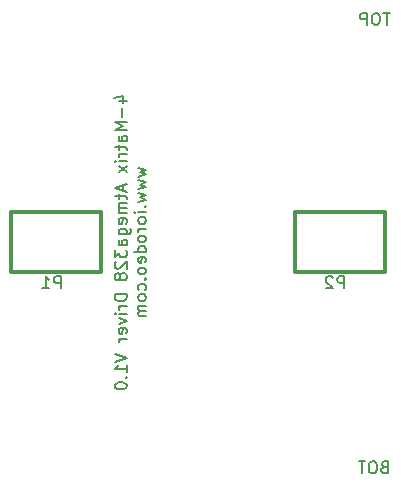
<source format=gbo>
G04 (created by PCBNEW (2013-mar-13)-testing) date Mon 26 Aug 2013 07:19:36 AM PDT*
%MOIN*%
G04 Gerber Fmt 3.4, Leading zero omitted, Abs format*
%FSLAX34Y34*%
G01*
G70*
G90*
G04 APERTURE LIST*
%ADD10C,0.005906*%
%ADD11C,0.008000*%
%ADD12C,0.012000*%
G04 APERTURE END LIST*
G54D10*
G54D11*
X33763Y-35041D02*
X33706Y-35060D01*
X33687Y-35079D01*
X33668Y-35117D01*
X33668Y-35174D01*
X33687Y-35212D01*
X33706Y-35231D01*
X33744Y-35250D01*
X33896Y-35250D01*
X33896Y-34850D01*
X33763Y-34850D01*
X33725Y-34870D01*
X33706Y-34889D01*
X33687Y-34927D01*
X33687Y-34965D01*
X33706Y-35003D01*
X33725Y-35022D01*
X33763Y-35041D01*
X33896Y-35041D01*
X33420Y-34850D02*
X33344Y-34850D01*
X33306Y-34870D01*
X33268Y-34908D01*
X33249Y-34984D01*
X33249Y-35117D01*
X33268Y-35193D01*
X33306Y-35231D01*
X33344Y-35250D01*
X33420Y-35250D01*
X33458Y-35231D01*
X33496Y-35193D01*
X33515Y-35117D01*
X33515Y-34984D01*
X33496Y-34908D01*
X33458Y-34870D01*
X33420Y-34850D01*
X33134Y-34850D02*
X32906Y-34850D01*
X33020Y-35250D02*
X33020Y-34850D01*
X33958Y-19910D02*
X33730Y-19910D01*
X33844Y-20310D02*
X33844Y-19910D01*
X33520Y-19910D02*
X33444Y-19910D01*
X33406Y-19930D01*
X33368Y-19968D01*
X33349Y-20044D01*
X33349Y-20177D01*
X33368Y-20253D01*
X33406Y-20291D01*
X33444Y-20310D01*
X33520Y-20310D01*
X33558Y-20291D01*
X33596Y-20253D01*
X33615Y-20177D01*
X33615Y-20044D01*
X33596Y-19968D01*
X33558Y-19930D01*
X33520Y-19910D01*
X33177Y-20310D02*
X33177Y-19910D01*
X33025Y-19910D01*
X32987Y-19930D01*
X32968Y-19949D01*
X32949Y-19987D01*
X32949Y-20044D01*
X32968Y-20082D01*
X32987Y-20101D01*
X33025Y-20120D01*
X33177Y-20120D01*
X24914Y-22854D02*
X25180Y-22854D01*
X24761Y-22759D02*
X25047Y-22663D01*
X25047Y-22911D01*
X25028Y-23063D02*
X25028Y-23368D01*
X25180Y-23559D02*
X24780Y-23559D01*
X25066Y-23692D01*
X24780Y-23825D01*
X25180Y-23825D01*
X25180Y-24187D02*
X24971Y-24187D01*
X24933Y-24168D01*
X24914Y-24130D01*
X24914Y-24054D01*
X24933Y-24016D01*
X25161Y-24187D02*
X25180Y-24149D01*
X25180Y-24054D01*
X25161Y-24016D01*
X25123Y-23997D01*
X25085Y-23997D01*
X25047Y-24016D01*
X25028Y-24054D01*
X25028Y-24149D01*
X25009Y-24187D01*
X24914Y-24320D02*
X24914Y-24473D01*
X24780Y-24378D02*
X25123Y-24378D01*
X25161Y-24397D01*
X25180Y-24435D01*
X25180Y-24473D01*
X25180Y-24606D02*
X24914Y-24606D01*
X24990Y-24606D02*
X24952Y-24625D01*
X24933Y-24644D01*
X24914Y-24682D01*
X24914Y-24720D01*
X25180Y-24854D02*
X24914Y-24854D01*
X24780Y-24854D02*
X24800Y-24835D01*
X24819Y-24854D01*
X24800Y-24873D01*
X24780Y-24854D01*
X24819Y-24854D01*
X25180Y-25006D02*
X24914Y-25216D01*
X24914Y-25006D02*
X25180Y-25216D01*
X25066Y-25654D02*
X25066Y-25844D01*
X25180Y-25616D02*
X24780Y-25749D01*
X25180Y-25882D01*
X24914Y-25959D02*
X24914Y-26111D01*
X24780Y-26016D02*
X25123Y-26016D01*
X25161Y-26035D01*
X25180Y-26073D01*
X25180Y-26111D01*
X25180Y-26244D02*
X24914Y-26244D01*
X24952Y-26244D02*
X24933Y-26263D01*
X24914Y-26301D01*
X24914Y-26359D01*
X24933Y-26397D01*
X24971Y-26416D01*
X25180Y-26416D01*
X24971Y-26416D02*
X24933Y-26435D01*
X24914Y-26473D01*
X24914Y-26530D01*
X24933Y-26568D01*
X24971Y-26587D01*
X25180Y-26587D01*
X25161Y-26930D02*
X25180Y-26892D01*
X25180Y-26816D01*
X25161Y-26778D01*
X25123Y-26759D01*
X24971Y-26759D01*
X24933Y-26778D01*
X24914Y-26816D01*
X24914Y-26892D01*
X24933Y-26930D01*
X24971Y-26949D01*
X25009Y-26949D01*
X25047Y-26759D01*
X24914Y-27292D02*
X25238Y-27292D01*
X25276Y-27273D01*
X25295Y-27254D01*
X25314Y-27216D01*
X25314Y-27159D01*
X25295Y-27120D01*
X25161Y-27292D02*
X25180Y-27254D01*
X25180Y-27178D01*
X25161Y-27140D01*
X25142Y-27120D01*
X25104Y-27101D01*
X24990Y-27101D01*
X24952Y-27120D01*
X24933Y-27140D01*
X24914Y-27178D01*
X24914Y-27254D01*
X24933Y-27292D01*
X25180Y-27654D02*
X24971Y-27654D01*
X24933Y-27635D01*
X24914Y-27597D01*
X24914Y-27520D01*
X24933Y-27482D01*
X25161Y-27654D02*
X25180Y-27616D01*
X25180Y-27520D01*
X25161Y-27482D01*
X25123Y-27463D01*
X25085Y-27463D01*
X25047Y-27482D01*
X25028Y-27520D01*
X25028Y-27616D01*
X25009Y-27654D01*
X24780Y-27806D02*
X24780Y-28054D01*
X24933Y-27920D01*
X24933Y-27978D01*
X24952Y-28016D01*
X24971Y-28035D01*
X25009Y-28054D01*
X25104Y-28054D01*
X25142Y-28035D01*
X25161Y-28016D01*
X25180Y-27978D01*
X25180Y-27863D01*
X25161Y-27825D01*
X25142Y-27806D01*
X24819Y-28206D02*
X24800Y-28225D01*
X24780Y-28263D01*
X24780Y-28359D01*
X24800Y-28397D01*
X24819Y-28416D01*
X24857Y-28435D01*
X24895Y-28435D01*
X24952Y-28416D01*
X25180Y-28187D01*
X25180Y-28435D01*
X24952Y-28663D02*
X24933Y-28625D01*
X24914Y-28606D01*
X24876Y-28587D01*
X24857Y-28587D01*
X24819Y-28606D01*
X24800Y-28625D01*
X24780Y-28663D01*
X24780Y-28740D01*
X24800Y-28778D01*
X24819Y-28797D01*
X24857Y-28816D01*
X24876Y-28816D01*
X24914Y-28797D01*
X24933Y-28778D01*
X24952Y-28740D01*
X24952Y-28663D01*
X24971Y-28625D01*
X24990Y-28606D01*
X25028Y-28587D01*
X25104Y-28587D01*
X25142Y-28606D01*
X25161Y-28625D01*
X25180Y-28663D01*
X25180Y-28740D01*
X25161Y-28778D01*
X25142Y-28797D01*
X25104Y-28816D01*
X25028Y-28816D01*
X24990Y-28797D01*
X24971Y-28778D01*
X24952Y-28740D01*
X25180Y-29292D02*
X24780Y-29292D01*
X24780Y-29387D01*
X24800Y-29444D01*
X24838Y-29482D01*
X24876Y-29501D01*
X24952Y-29520D01*
X25009Y-29520D01*
X25085Y-29501D01*
X25123Y-29482D01*
X25161Y-29444D01*
X25180Y-29387D01*
X25180Y-29292D01*
X25180Y-29692D02*
X24914Y-29692D01*
X24990Y-29692D02*
X24952Y-29711D01*
X24933Y-29730D01*
X24914Y-29768D01*
X24914Y-29806D01*
X25180Y-29940D02*
X24914Y-29940D01*
X24780Y-29940D02*
X24800Y-29920D01*
X24819Y-29940D01*
X24800Y-29959D01*
X24780Y-29940D01*
X24819Y-29940D01*
X24914Y-30092D02*
X25180Y-30187D01*
X24914Y-30282D01*
X25161Y-30587D02*
X25180Y-30549D01*
X25180Y-30473D01*
X25161Y-30435D01*
X25123Y-30416D01*
X24971Y-30416D01*
X24933Y-30435D01*
X24914Y-30473D01*
X24914Y-30549D01*
X24933Y-30587D01*
X24971Y-30606D01*
X25009Y-30606D01*
X25047Y-30416D01*
X25180Y-30778D02*
X24914Y-30778D01*
X24990Y-30778D02*
X24952Y-30797D01*
X24933Y-30816D01*
X24914Y-30854D01*
X24914Y-30892D01*
X24780Y-31273D02*
X25180Y-31406D01*
X24780Y-31540D01*
X25180Y-31882D02*
X25180Y-31654D01*
X25180Y-31768D02*
X24780Y-31768D01*
X24838Y-31730D01*
X24876Y-31692D01*
X24895Y-31654D01*
X25142Y-32054D02*
X25161Y-32073D01*
X25180Y-32054D01*
X25161Y-32035D01*
X25142Y-32054D01*
X25180Y-32054D01*
X24780Y-32320D02*
X24780Y-32359D01*
X24800Y-32397D01*
X24819Y-32416D01*
X24857Y-32435D01*
X24933Y-32454D01*
X25028Y-32454D01*
X25104Y-32435D01*
X25142Y-32416D01*
X25161Y-32397D01*
X25180Y-32359D01*
X25180Y-32320D01*
X25161Y-32282D01*
X25142Y-32263D01*
X25104Y-32244D01*
X25028Y-32225D01*
X24933Y-32225D01*
X24857Y-32244D01*
X24819Y-32263D01*
X24800Y-32282D01*
X24780Y-32320D01*
X25554Y-25063D02*
X25820Y-25140D01*
X25630Y-25216D01*
X25820Y-25292D01*
X25554Y-25368D01*
X25554Y-25482D02*
X25820Y-25559D01*
X25630Y-25635D01*
X25820Y-25711D01*
X25554Y-25787D01*
X25554Y-25901D02*
X25820Y-25978D01*
X25630Y-26054D01*
X25820Y-26130D01*
X25554Y-26206D01*
X25782Y-26359D02*
X25801Y-26378D01*
X25820Y-26359D01*
X25801Y-26340D01*
X25782Y-26359D01*
X25820Y-26359D01*
X25820Y-26549D02*
X25554Y-26549D01*
X25420Y-26549D02*
X25440Y-26530D01*
X25459Y-26549D01*
X25440Y-26568D01*
X25420Y-26549D01*
X25459Y-26549D01*
X25820Y-26797D02*
X25801Y-26759D01*
X25782Y-26740D01*
X25744Y-26720D01*
X25630Y-26720D01*
X25592Y-26740D01*
X25573Y-26759D01*
X25554Y-26797D01*
X25554Y-26854D01*
X25573Y-26892D01*
X25592Y-26911D01*
X25630Y-26930D01*
X25744Y-26930D01*
X25782Y-26911D01*
X25801Y-26892D01*
X25820Y-26854D01*
X25820Y-26797D01*
X25820Y-27101D02*
X25554Y-27101D01*
X25630Y-27101D02*
X25592Y-27120D01*
X25573Y-27140D01*
X25554Y-27178D01*
X25554Y-27216D01*
X25820Y-27406D02*
X25801Y-27368D01*
X25782Y-27349D01*
X25744Y-27330D01*
X25630Y-27330D01*
X25592Y-27349D01*
X25573Y-27368D01*
X25554Y-27406D01*
X25554Y-27463D01*
X25573Y-27501D01*
X25592Y-27520D01*
X25630Y-27540D01*
X25744Y-27540D01*
X25782Y-27520D01*
X25801Y-27501D01*
X25820Y-27463D01*
X25820Y-27406D01*
X25820Y-27882D02*
X25420Y-27882D01*
X25801Y-27882D02*
X25820Y-27844D01*
X25820Y-27768D01*
X25801Y-27730D01*
X25782Y-27711D01*
X25744Y-27692D01*
X25630Y-27692D01*
X25592Y-27711D01*
X25573Y-27730D01*
X25554Y-27768D01*
X25554Y-27844D01*
X25573Y-27882D01*
X25801Y-28225D02*
X25820Y-28187D01*
X25820Y-28111D01*
X25801Y-28073D01*
X25763Y-28054D01*
X25611Y-28054D01*
X25573Y-28073D01*
X25554Y-28111D01*
X25554Y-28187D01*
X25573Y-28225D01*
X25611Y-28244D01*
X25649Y-28244D01*
X25687Y-28054D01*
X25820Y-28473D02*
X25801Y-28435D01*
X25782Y-28416D01*
X25744Y-28397D01*
X25630Y-28397D01*
X25592Y-28416D01*
X25573Y-28435D01*
X25554Y-28473D01*
X25554Y-28530D01*
X25573Y-28568D01*
X25592Y-28587D01*
X25630Y-28606D01*
X25744Y-28606D01*
X25782Y-28587D01*
X25801Y-28568D01*
X25820Y-28530D01*
X25820Y-28473D01*
X25782Y-28778D02*
X25801Y-28797D01*
X25820Y-28778D01*
X25801Y-28759D01*
X25782Y-28778D01*
X25820Y-28778D01*
X25801Y-29140D02*
X25820Y-29101D01*
X25820Y-29025D01*
X25801Y-28987D01*
X25782Y-28968D01*
X25744Y-28949D01*
X25630Y-28949D01*
X25592Y-28968D01*
X25573Y-28987D01*
X25554Y-29025D01*
X25554Y-29101D01*
X25573Y-29140D01*
X25820Y-29368D02*
X25801Y-29330D01*
X25782Y-29311D01*
X25744Y-29292D01*
X25630Y-29292D01*
X25592Y-29311D01*
X25573Y-29330D01*
X25554Y-29368D01*
X25554Y-29425D01*
X25573Y-29463D01*
X25592Y-29482D01*
X25630Y-29501D01*
X25744Y-29501D01*
X25782Y-29482D01*
X25801Y-29463D01*
X25820Y-29425D01*
X25820Y-29368D01*
X25820Y-29673D02*
X25554Y-29673D01*
X25592Y-29673D02*
X25573Y-29692D01*
X25554Y-29730D01*
X25554Y-29787D01*
X25573Y-29825D01*
X25611Y-29844D01*
X25820Y-29844D01*
X25611Y-29844D02*
X25573Y-29863D01*
X25554Y-29901D01*
X25554Y-29959D01*
X25573Y-29997D01*
X25611Y-30016D01*
X25820Y-30016D01*
G54D12*
X24034Y-28559D02*
X24284Y-28559D01*
X24284Y-28559D02*
X24334Y-28559D01*
X24334Y-28559D02*
X24334Y-26559D01*
X24334Y-26559D02*
X23334Y-26559D01*
X23334Y-28559D02*
X24034Y-28559D01*
X21334Y-28559D02*
X23334Y-28559D01*
X23334Y-26559D02*
X21334Y-26559D01*
X21334Y-26559D02*
X21334Y-28559D01*
X33483Y-28559D02*
X33733Y-28559D01*
X33733Y-28559D02*
X33783Y-28559D01*
X33783Y-28559D02*
X33783Y-26559D01*
X33783Y-26559D02*
X32783Y-26559D01*
X32783Y-28559D02*
X33483Y-28559D01*
X30783Y-28559D02*
X32783Y-28559D01*
X32783Y-26559D02*
X30783Y-26559D01*
X30783Y-26559D02*
X30783Y-28559D01*
G54D11*
X22979Y-29090D02*
X22979Y-28690D01*
X22827Y-28690D01*
X22789Y-28709D01*
X22770Y-28728D01*
X22751Y-28766D01*
X22751Y-28823D01*
X22770Y-28861D01*
X22789Y-28880D01*
X22827Y-28899D01*
X22979Y-28899D01*
X22370Y-29090D02*
X22598Y-29090D01*
X22484Y-29090D02*
X22484Y-28690D01*
X22522Y-28747D01*
X22560Y-28785D01*
X22598Y-28804D01*
X32428Y-29090D02*
X32428Y-28690D01*
X32276Y-28690D01*
X32238Y-28709D01*
X32219Y-28728D01*
X32200Y-28766D01*
X32200Y-28823D01*
X32219Y-28861D01*
X32238Y-28880D01*
X32276Y-28899D01*
X32428Y-28899D01*
X32047Y-28728D02*
X32028Y-28709D01*
X31990Y-28690D01*
X31895Y-28690D01*
X31857Y-28709D01*
X31838Y-28728D01*
X31819Y-28766D01*
X31819Y-28804D01*
X31838Y-28861D01*
X32066Y-29090D01*
X31819Y-29090D01*
M02*

</source>
